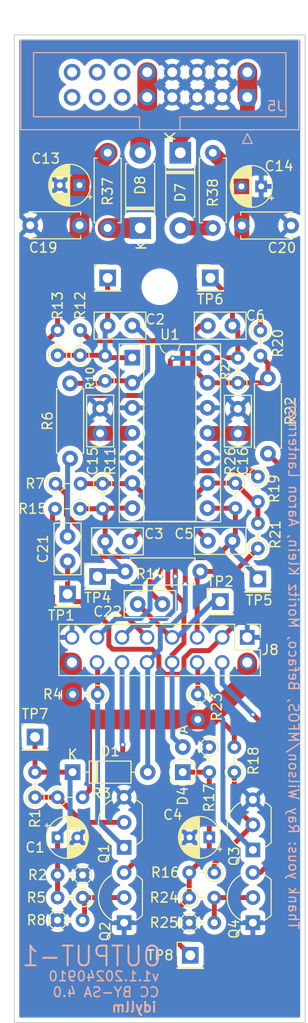
<source format=kicad_pcb>
(kicad_pcb (version 20240108) (generator "pcbnew") (generator_version "8.0")
  (layers (0 "F.Cu" signal) (31 "B.Cu" signal) (34 "B.Paste" user) (35 "F.Paste" user) (36 "B.SilkS" user "B.Silkscreen") (37 "F.SilkS" user "F.Silkscreen") (38 "B.Mask" user) (39 "F.Mask" user) (44 "Edge.Cuts" user))
  (net 0 "")
  (net 1 "GND")
  (net 2 "Net-(D1-K)")
  (net 3 "Net-(U1C--)")
  (net 4 "Net-(U1D--)")
  (net 5 "Net-(Q3-B)")
  (net 6 "Net-(Q4-B)")
  (net 7 "+12V")
  (net 8 "Net-(C2-Pad2)")
  (net 9 "Net-(U1A--)")
  (net 10 "Net-(U1B--)")
  (net 11 "Net-(C3-Pad2)")
  (net 12 "Net-(D4-K)")
  (net 19 "Net-(Q1-B)")
  (net 20 "Net-(Q2-B)")
  (net 21 "-12V")
  (net 22 "Net-(D7-A)")
  (net 23 "Net-(D7-K)")
  (net 24 "Net-(D8-K)")
  (net 25 "Net-(D8-A)")
  (net 26 "L_LINE_OUT_B")
  (net 27 "R_LINE_OUT_B")
  (net 28 "L_LINE_IN_B")
  (net 29 "R_LINE_IN_B")
  (net 30 "L_LVL_G_LED_B")
  (net 31 "R_PAN_1_B")
  (net 32 "L_LVL_R_LED_B")
  (net 33 "R_PAN_2_B")
  (net 34 "L_PAN_1_B")
  (net 35 "R_LVL_G_LED_B")
  (net 36 "L_PAN_2_B")
  (net 37 "R_LVL_R_LED_B")
  (net 38 "Net-(C21-Pad2)")
  (net 39 "Net-(C22-Pad2)")
  (footprint "Package_TO_SOT_THT:TO-92_Inline_Wide" (layer "F.Cu") (at 144.888 109.888 90)
    (property "Reference" "Q2")
    (property "Value" "2N3904")
  )
  (footprint "Diode_THT:D_DO-41_SOD81_P7.62mm_Horizontal" (layer "F.Cu") (at 150.582 31.934 -90)
    (property "Reference" "D7")
    (property "Value" "D_Schottky")
  )
  (footprint "Connector_PinHeader_2.54mm:PinHeader_1x01_P2.54mm_Vertical" (layer "F.Cu") (at 158.456 75.09)
    (property "Reference" "TP5")
    (property "Value" "TestPoint")
  )
  (footprint "Package_DIP:DIP-14_W7.62mm_Socket" (layer "F.Cu") (at 145.716 52.677)
    (property "Reference" "U1")
    (property "Value" "TL074")
  )
  (footprint "Resistor_THT:R_Axial_DIN0207_L6.3mm_D2.5mm_P7.62mm_Horizontal" (layer "F.Cu") (at 153.884 31.934 -90)
    (property "Reference" "R38")
    (property "Value" "10")
  )
  (footprint "Capacitor_THT:C_Disc_D5.0mm_W2.5mm_P2.50mm" (layer "F.Cu") (at 156.424 60.358 90)
    (property "Reference" "C16")
    (property "Value" "100n")
  )
  (footprint "Resistor_THT:R_Axial_DIN0207_L6.3mm_D2.5mm_P7.62mm_Horizontal" (layer "F.Cu") (at 139.406 62.898 90)
    (property "Reference" "R6")
    (property "Value" "100k")
  )
  (footprint "Resistor_THT:R_Axial_DIN0204_L3.6mm_D1.6mm_P2.54mm_Vertical" (layer "F.Cu") (at 142.962 55.024 90)
    (property "Reference" "R10")
    (property "Value" "220k")
  )
  (footprint "Resistor_THT:R_Axial_DIN0204_L3.6mm_D1.6mm_P2.54mm_Vertical" (layer "F.Cu") (at 138.136 97.188)
    (property "Reference" "R3")
    (property "Value" "2M2")
  )
  (footprint "Resistor_THT:R_Axial_DIN0204_L3.6mm_D1.6mm_P2.54mm_Vertical" (layer "F.Cu") (at 156.17 65.382 -90)
    (property "Reference" "R26")
    (property "Value" "330k")
  )
  (footprint "Connector_PinHeader_2.54mm:PinHeader_1x01_P2.54mm_Vertical" (layer "F.Cu") (at 143.216 44.61)
    (property "Reference" "TP3" (hide yes))
    (property "Value" "TestPoint")
  )
  (footprint "Capacitor_THT:C_Disc_D5.0mm_W2.5mm_P2.50mm" (layer "F.Cu") (at 145.462 71.28 180)
    (property "Reference" "C3")
    (property "Value" "22p")
  )
  (footprint "Resistor_THT:R_Axial_DIN0204_L3.6mm_D1.6mm_P2.54mm_Vertical" (layer "F.Cu") (at 154.032 104.808 180)
    (property "Reference" "R16")
    (property "Value" "100k")
  )
  (footprint "Capacitor_THT:C_Disc_D5.0mm_W2.5mm_P2.50mm" (layer "F.Cu") (at 139.152 73.292 90)
    (property "Reference" "C21")
    (property "Value" "1u")
  )
  (footprint "Resistor_THT:R_Axial_DIN0207_L6.3mm_D2.5mm_P7.62mm_Horizontal" (layer "F.Cu") (at 144.994 74.328)
    (property "Reference" "R14")
    (property "Value" "100k")
  )
  (footprint "Resistor_THT:R_Axial_DIN0204_L3.6mm_D1.6mm_P2.54mm_Vertical" (layer "F.Cu") (at 142.2 86.774 180)
    (property "Reference" "R4")
    (property "Value" "10k")
  )
  (footprint "Capacitor_THT:C_Disc_D5.0mm_W2.5mm_P2.50mm" (layer "F.Cu") (at 146.264 77.63)
    (property "Reference" "C22")
    (property "Value" "1u")
  )
  (footprint "Resistor_THT:R_Axial_DIN0204_L3.6mm_D1.6mm_P2.54mm_Vertical" (layer "F.Cu") (at 151.492 109.888)
    (property "Reference" "R25")
    (property "Value" "15k")
  )
  (footprint "Diode_THT:D_DO-41_SOD81_P7.62mm_Horizontal" (layer "F.Cu") (at 146.518 39.554 90)
    (property "Reference" "D8")
    (property "Value" "D_Schottky")
  )
  (footprint "Capacitor_THT:CP_Radial_D4.0mm_P2.00mm" (layer "F.Cu") (at 158.789 35.339 180)
    (property "Reference" "C14")
    (property "Value" "10u")
  )
  (footprint "Resistor_THT:R_Axial_DIN0207_L6.3mm_D2.5mm_P7.62mm_Horizontal" (layer "F.Cu") (at 159.472 62.39 90)
    (property "Reference" "R22")
    (property "Value" "100k")
  )
  (footprint "Connector_PinHeader_2.54mm:PinHeader_1x01_P2.54mm_Vertical" (layer "F.Cu") (at 142.2 74.836)
    (property "Reference" "TP4")
    (property "Value" "TestPoint")
  )
  (footprint "Resistor_THT:R_Axial_DIN0204_L3.6mm_D1.6mm_P2.54mm_Vertical" (layer "F.Cu") (at 152.36 86.774 -90)
    (property "Reference" "R23")
    (property "Value" "10k")
  )
  (footprint "Capacitor_THT:CP_Radial_D4.0mm_P2.00mm" (layer "F.Cu") (at 138.136 101.252)
    (property "Reference" "C1")
    (property "Value" "10u")
  )
  (footprint "Package_TO_SOT_THT:TO-92_Inline_Wide" (layer "F.Cu") (at 157.948 109.888 90)
    (property "Reference" "Q4")
    (property "Value" "2N3904")
  )
  (footprint "Resistor_THT:R_Axial_DIN0204_L3.6mm_D1.6mm_P2.54mm_Vertical" (layer "F.Cu") (at 156.064 94.648 90)
    (property "Reference" "R18")
    (property "Value" "2M2")
  )
  (footprint "Package_TO_SOT_THT:TO-92_Inline_Wide" (layer "F.Cu") (at 144.888 102.268 90)
    (property "Reference" "Q1")
    (property "Value" "2N3906")
  )
  (footprint "Resistor_THT:R_Axial_DIN0204_L3.6mm_D1.6mm_P2.54mm_Vertical" (layer "F.Cu") (at 158.456 64.726 -90)
    (property "Reference" "R19")
    (property "Value" "100k")
  )
  (footprint "Capacitor_THT:C_Disc_D5.0mm_W2.5mm_P5.00mm" (layer "F.Cu") (at 135.3626 39.276)
    (property "Reference" "C19")
    (property "Value" "100n")
  )
  (footprint "Resistor_THT:R_Axial_DIN0204_L3.6mm_D1.6mm_P2.54mm_Vertical" (layer "F.Cu") (at 158.71 49.944 -90)
    (property "Reference" "R20")
    (property "Value" "100k")
  )
  (footprint "Resistor_THT:R_Axial_DIN0204_L3.6mm_D1.6mm_P2.54mm_Vertical" (layer "F.Cu") (at 156.424 55.228 90)
    (property "Reference" "R27")
    (property "Value" "330k")
  )
  (footprint "Connector_PinHeader_2.54mm:PinHeader_1x01_P2.54mm_Vertical" (layer "F.Cu") (at 154.646 77.376)
    (property "Reference" "TP2")
    (property "Value" "TestPoint")
  )
  (footprint "Diode_THT:D_DO-35_SOD27_P2.54mm_Vertical_AnodeUp" (layer "F.Cu") (at 150.836 94.648 90)
    (property "Reference" "D4")
    (property "Value" "1N4148")
  )
  (footprint "Diode_THT:D_DO-35_SOD27_P7.62mm_Horizontal" (layer "F.Cu") (at 139.66 94.648)
    (property "Reference" "D1")
    (property "Value" "1N4148")
  )
  (footprint "Resistor_THT:R_Axial_DIN0204_L3.6mm_D1.6mm_P2.54mm_Vertical" (layer "F.Cu") (at 140.676 107.348 180)
    (property "Reference" "R5")
    (property "Value" "100k")
  )
  (footprint "Connector_PinHeader_2.54mm:PinHeader_1x01_P2.54mm_Vertical" (layer "F.Cu") (at 153.63 44.61)
    (property "Reference" "TP6")
    (property "Value" "TestPoint")
  )
  (footprint "Resistor_THT:R_Axial_DIN0204_L3.6mm_D1.6mm_P2.54mm_Vertical" (layer "F.Cu") (at 137.932 65.438)
    (property "Reference" "R7")
    (property "Value" "100k")
  )
  (footprint "Resistor_THT:R_Axial_DIN0204_L3.6mm_D1.6mm_P2.54mm_Vertical" (layer "F.Cu") (at 138.136 109.634)
    (property "Reference" "R8")
    (property "Value" "15k")
  )
  (footprint "Capacitor_THT:CP_Radial_D4.0mm_P2.00mm" (layer "F.Cu") (at 140.3626 35.212 180)
    (property "Reference" "C13")
    (property "Value" "10u")
  )
  (footprint "Capacitor_THT:C_Disc_D5.0mm_W2.5mm_P5.00mm" (layer "F.Cu") (at 156.829 39.3)
    (property "Reference" "C20")
    (property "Value" "100n")
  )
  (footprint "Connector_PinHeader_2.54mm:PinHeader_1x01_P2.54mm_Vertical" (layer "F.Cu") (at 151.598 113.19)
    (property "Reference" "TP8")
    (property "Value" "TestPoint")
  )
  (footprint "Custom_PinHeader_P2.54mm:PinHeader_2x08_P2.54mm_Vertical_ThinPad" (layer "F.Cu") (at 157.375 81 -90)
    (property "Reference" "J8")
    (property "Value" "Conn_02x08_Odd_Even")
  )
  (footprint "Capacitor_THT:C_Disc_D5.0mm_W2.5mm_P2.50mm" (layer "F.Cu") (at 142.454 57.838 -90)
    (property "Reference" "C15")
    (property "Value" "100n")
  )
  (footprint "Resistor_THT:R_Axial_DIN0204_L3.6mm_D1.6mm_P2.54mm_Vertical" (layer "F.Cu") (at 142.708 65.438 -90)
    (property "Reference" "R11")
    (property "Value" "220k")
  )
  (footprint "Resistor_THT:R_Axial_DIN0204_L3.6mm_D1.6mm_P2.54mm_Vertical" (layer "F.Cu") (at 140.422 67.978 180)
    (property "Reference" "R15")
    (property "Value" "100k")
  )
  (footprint "Capacitor_THT:C_Disc_D5.0mm_W2.5mm_P2.50mm" (layer "F.Cu") (at 153.376 71.224)
    (property "Reference" "C5")
    (property "Value" "22p")
  )
  (footprint "Connector_PinHeader_2.54mm:PinHeader_1x01_P2.54mm_Vertical" (layer "F.Cu") (at 135.85 91.092)
    (property "Reference" "TP7")
    (property "Value" "TestPoint")
  )
  (footprint "Resistor_THT:R_Axial_DIN0204_L3.6mm_D1.6mm_P2.54mm_Vertical" (layer "F.Cu") (at 153.524 92.108 -90)
    (property "Reference" "R17")
    (property "Value" "47k")
  )
  (footprint "Capacitor_THT:C_Disc_D5.0mm_W2.5mm_P2.50mm" (layer "F.Cu") (at 153.376 49.436)
    (property "Reference" "C6")
    (property "Value" "22p")
  )
  (footprint "Capacitor_THT:C_Disc_D5.0mm_W2.5mm_P2.50mm" (layer "F.Cu") (at 145.716 49.436 180)
    (property "Reference" "C2")
    (property "Value" "22p")
  )
  (footprint "Resistor_THT:R_Axial_DIN0204_L3.6mm_D1.6mm_P2.54mm_Vertical" (layer "F.Cu") (at 135.85 97.188 90)
    (property "Reference" "R1")
    (property "Value" "100k")
  )
  (footprint "Resistor_THT:R_Axial_DIN0207_L6.3mm_D2.5mm_P7.62mm_Horizontal" (layer "F.Cu") (at 143.216 31.934 -90)
    (property "Reference" "R37")
    (property "Value" "10")
  )
  (footprint "Connector_PinHeader_2.54mm:PinHeader_1x01_P2.54mm_Vertical" (layer "F.Cu") (at 139.152 76.614)
    (property "Reference" "TP1")
    (property "Value" "TestPoint")
  )
  (footprint "Capacitor_THT:CP_Radial_D4.0mm_P2.00mm" (layer "F.Cu") (at 153.524 101.252 180)
    (property "Reference" "C4")
    (property "Value" "10u")
  )
  (footprint "Resistor_THT:R_Axial_DIN0204_L3.6mm_D1.6mm_P2.54mm_Vertical" (layer "F.Cu") (at 158.456 71.992 90)
    (property "Reference" "R21")
    (property "Value" "100k")
  )
  (footprint "MountingHole:MountingHole_3.2mm_M3_DIN965" (layer "F.Cu") (at 148.5 45.5)
    (property "Reference" "H2" (hide yes))
    (property "Value" "MountingHole")
  )
  (footprint "Resistor_THT:R_Axial_DIN0204_L3.6mm_D1.6mm_P2.54mm_Vertical" (layer "F.Cu") (at 151.492 107.348)
    (property "Reference" "R24")
    (property "Value" "100k")
  )
  (footprint "Resistor_THT:R_Axial_DIN0204_L3.6mm_D1.6mm_P2.54mm_Vertical" (layer "F.Cu") (at 138.136 52.434 90)
    (property "Reference" "R13")
    (property "Value" "100k")
  )
  (footprint "Resistor_THT:R_Axial_DIN0204_L3.6mm_D1.6mm_P2.54mm_Vertical" (layer "F.Cu") (at 140.422 52.434 90)
    (property "Reference" "R12")
    (property "Value" "100k")
  )
  (footprint "Resistor_THT:R_Axial_DIN0204_L3.6mm_D1.6mm_P2.54mm_Vertical" (layer "F.Cu") (at 140.676 105.062 180)
    (property "Reference" "R2")
    (property "Value" "47k")
  )
  (footprint "Package_TO_SOT_THT:TO-92_Inline_Wide" (layer "F.Cu") (at 157.948 102.522 90)
    (property "Reference" "Q3")
    (property "Value" "2N3906")
  )
  (footprint "Connector_IDC:IDC-Header_2x08_P2.54mm_Vertical" (layer "B.Cu") (at 157.39 26.3125 90)
    (property "Reference" "J5")
    (property "Value" "Conn_02x08_Odd_Even")
  )
  (gr_line (start 163.25 120) (end 133.75 120) (stroke (width 0.1)) (layer "Edge.Cuts"))
  (gr_line (start 133.75 120) (end 133.75 20) (stroke (width 0.1)) (layer "Edge.Cuts"))
  (gr_line (start 163.25 20) (end 163.25 120) (stroke (width 0.1)) (layer "Edge.Cuts"))
  (gr_line (start 133.75 20) (end 163.25 20) (stroke (width 0.1)) (layer "Edge.Cuts"))
  (gr_text "OUTPUT-1" (at 148.804 114.46 0) (layer "B.SilkS") (effects (font (size 2 1.8) (thickness 0.2)) (justify left bottom mirror)))
  (gr_text "idyllm" (at 148.296 119.032 0) (layer "B.SilkS") (effects (font (size 1 1) (thickness 0.2) (bold yes)) (justify left bottom mirror)))
  (gr_text "Thank yous: Ray Wilson/MFOS, Befaco, Moritz Klein, Aaron Lanterman" (at 161.488 110.65 -90) (layer "B.SilkS") (effects (font (size 1 1)) (justify left bottom mirror)))
  (gr_text "v1.1.20240910\nCC BY-SA 4.0" (at 148.55 117.508 0) (layer "B.SilkS") (effects (font (size 1 1)) (justify left bottom mirror)))
  (segment (start 138.136 107.348) (end 138.136 105.062) (width 0.5) (layer "F.Cu") (net 2))
  (segment (start 135.85 91.092) (end 135.85 94.648) (width 0.5) (layer "F.Cu") (net 2))
  (segment (start 139.66 94.648) (end 135.85 94.648) (width 0.5) (layer "F.Cu") (net 2))
  (segment (start 138.136 105.062) (end 138.136 101.252) (width 0.5) (layer "F.Cu") (net 2))
  (segment (start 139.406 99.728) (end 139.406 94.902) (width 0.5) (layer "B.Cu") (net 2))
  (segment (start 138.136 101.252) (end 138.136 100.998) (width 0.5) (layer "B.Cu") (net 2))
  (segment (start 138.136 100.998) (end 139.406 99.728) (width 0.5) (layer "B.Cu") (net 2))
  (segment (start 139.406 94.902) (end 139.66 94.648) (width 0.5) (layer "B.Cu") (net 2))
  (segment (start 158.456 67.266) (end 158.054 67.266) (width 0.5) (layer "F.Cu") (net 3))
  (segment (start 156.165 65.377) (end 156.17 65.382) (width 0.5) (layer "F.Cu") (net 3))
  (segment (start 153.376 71.224) (end 151.852 69.7) (width 0.5) (layer "F.Cu") (net 3))
  (segment (start 151.852 69.7) (end 151.852 66.861) (width 0.5) (layer "F.Cu") (net 3))
  (segment (start 151.852 66.861) (end 153.336 65.377) (width 0.5) (layer "F.Cu") (net 3))
  (segment (start 158.054 67.266) (end 156.17 65.382) (width 0.5) (layer "F.Cu") (net 3))
  (segment (start 153.336 65.377) (end 156.165 65.377) (width 0.5) (layer "F.Cu") (net 3))
  (segment (start 158.456 67.266) (end 158.456 69.452) (width 0.5) (layer "F.Cu") (net 3))
  (segment (start 156.424 55.228) (end 153.347 55.228) (width 0.5) (layer "F.Cu") (net 4))
  (segment (start 156.424 55.228) (end 159.014 55.228) (width 0.5) (layer "F.Cu") (net 4))
  (segment (start 153.397 55.278) (end 153.336 55.217) (width 0.5) (layer "F.Cu") (net 4))
  (segment (start 159.014 55.228) (end 159.472 54.77) (width 0.5) (layer "F.Cu") (net 4))
  (segment (start 151.852 50.198) (end 151.852 53.733) (width 0.5) (layer "F.Cu") (net 4))
  (segment (start 153.347 55.228) (end 153.336 55.217) (width 0.5) (layer "F.Cu") (net 4))
  (segment (start 153.376 49.436) (end 152.614 49.436) (width 0.5) (layer "F.Cu") (net 4))
  (segment (start 159.472 54.77) (end 159.472 53.246) (width 0.5) (layer "F.Cu") (net 4))
  (segment (start 152.614 49.436) (end 151.852 50.198) (width 0.5) (layer "F.Cu") (net 4))
  (segment (start 159.472 53.246) (end 158.71 52.484) (width 0.5) (layer "F.Cu") (net 4))
  (segment (start 151.852 53.733) (end 153.336 55.217) (width 0.5) (layer "F.Cu") (net 4))
  (segment (start 156.064 94.648) (end 156.064 98.098) (width 0.5) (layer "F.Cu") (net 5))
  (segment (start 154.032 103.898) (end 157.948 99.982) (width 0.5) (layer "F.Cu") (net 5))
  (segment (start 156.064 98.098) (end 157.948 99.982) (width 0.5) (layer "F.Cu") (net 5))
  (segment (start 154.032 104.808) (end 154.032 103.898) (width 0.5) (layer "F.Cu") (net 5))
  (segment (start 154.032 107.348) (end 157.948 107.348) (width 0.5) (layer "F.Cu") (net 6))
  (segment (start 154.032 109.888) (end 154.032 107.348) (width 0.5) (layer "F.Cu") (net 6))
  (segment (start 140.676 97.188) (end 141.376 96.488) (width 0.5) (layer "F.Cu") (net 7))
  (segment (start 141.376 96.488) (end 141.376 89.479949) (width 0.5) (layer "F.Cu") (net 7))
  (segment (start 140.3626 39.276) (end 140.3626 40.3514) (width 2) (layer "F.Cu") (net 7))
  (segment (start 156.064 92.108) (end 156.064 90.732) (width 0.5) (layer "F.Cu") (net 7))
  (segment (start 139.595 83.54) (end 139.595 87.698949) (width 2) (layer "F.Cu") (net 7))
  (segment (start 143.216 31.934) (end 140.3626 34.7874) (width 2) (layer "F.Cu") (net 7))
  (segment (start 154.646 89.314) (end 152.36 89.314) (width 0.5) (layer "F.Cu") (net 7))
  (segment (start 141.210051 89.314) (end 142.2 89.314) (width 2) (layer "F.Cu") (net 7))
  (segment (start 138.061 83.54) (end 139.595 83.54) (width 2) (layer "F.Cu") (net 7))
  (segment (start 153.349949 89.314) (end 157.375 85.288949) (width 2) (layer "F.Cu") (net 7))
  (segment (start 142.454 60.338) (end 135.322 60.338) (width 1.5) (layer "F.Cu") (net 7))
  (segment (start 145.675 60.338) (end 145.716 60.297) (width 1.5) (layer "F.Cu") (net 7))
  (segment (start 135.342 60.358) (end 134.834 59.85) (width 0.5) (layer "F.Cu") (net 7))
  (segment (start 142.454 60.338) (end 145.675 60.338) (width 1.5) (layer "F.Cu") (net 7))
  (segment (start 142.2 89.314) (end 152.36 89.314) (width 2) (layer "F.Cu") (net 7))
  (segment (start 152.36 89.314) (end 153.349949 89.314) (width 2) (layer "F.Cu") (net 7))
  (segment (start 145.655 60.358) (end 145.716 60.297) (width 0.5) (layer "F.Cu") (net 7))
  (segment (start 141.376 89.479949) (end 139.595 87.698949) (width 0.5) (layer "F.Cu") (net 7))
  (segment (start 157.375 85.288949) (end 157.375 83.54) (width 2) (layer "F.Cu") (net 7))
  (segment (start 135.25 80.729) (end 138.061 83.54) (width 2) (layer "F.Cu") (net 7))
  (segment (start 156.064 90.732) (end 154.646 89.314) (width 0.5) (layer "F.Cu") (net 7))
  (segment (start 140.3626 34.7874) (end 140.3626 39.276) (width 2) (layer "F.Cu") (net 7))
  (segment (start 139.595 87.698949) (end 141.210051 89.314) (width 2) (layer "F.Cu") (net 7))
  (segment (start 135.25 45.464) (end 135.25 80.729) (width 2) (layer "F.Cu") (net 7))
  (segment (start 140.3626 40.3514) (end 135.25 45.464) (width 2) (layer "F.Cu") (net 7))
  (segment (start 143.155 52.677) (end 142.962 52.484) (width 0.5) (layer "F.Cu") (net 8))
  (segment (start 142.912 52.434) (end 142.962 52.484) (width 0.5) (layer "F.Cu") (net 8))
  (segment (start 143.216 49.436) (end 143.216 44.61) (width 0.5) (layer "F.Cu") (net 8))
  (segment (start 138.136 52.434) (end 140.422 52.434) (width 0.5) (layer "F.Cu") (net 8))
  (segment (start 140.422 52.434) (end 142.912 52.434) (width 0.5) (layer "F.Cu") (net 8))
  (segment (start 145.716 52.677) (end 143.155 52.677) (width 0.5) (layer "F.Cu") (net 8))
  (segment (start 142.962 49.69) (end 143.216 49.436) (width 0.5) (layer "B.Cu") (net 8))
  (segment (start 142.962 52.484) (end 142.962 49.69) (width 0.5) (layer "B.Cu") (net 8))
  (segment (start 145.523 55.024) (end 145.716 55.217) (width 0.5) (layer "F.Cu") (net 9))
  (segment (start 139.406 55.278) (end 142.708 55.278) (width 0.5) (layer "F.Cu") (net 9))
  (segment (start 142.708 55.278) (end 142.962 55.024) (width 0.5) (layer "F.Cu") (net 9))
  (segment (start 142.962 55.024) (end 145.523 55.024) (width 0.5) (layer "F.Cu") (net 9))
  (segment (start 146.071 55.217) (end 147.28 54.008) (width 0.5) (layer "B.Cu") (net 9))
  (segment (start 147.28 50.746) (end 145.716 49.182) (width 0.5) (layer "B.Cu") (net 9))
  (segment (start 145.716 55.217) (end 146.071 55.217) (width 0.5) (layer "B.Cu") (net 9))
  (segment (start 147.28 54.008) (end 147.28 50.746) (width 0.5) (layer "B.Cu") (net 9))
  (segment (start 142.708 65.438) (end 145.655 65.438) (width 0.5) (layer "F.Cu") (net 10))
  (segment (start 142.404 65.742) (end 142.708 65.438) (width 0.5) (layer "F.Cu") (net 10))
  (segment (start 147.28 66.941) (end 145.716 65.377) (width 0.5) (layer "F.Cu") (net 10))
  (segment (start 145.462 71.28) (end 147.28 69.462) (width 0.5) (layer "F.Cu") (net 10))
  (segment (start 140.472 65.438) (end 142.708 65.438) (width 0.5) (layer "F.Cu") (net 10))
  (segment (start 145.655 65.438) (end 145.716 65.377) (width 0.5) (layer "F.Cu") (net 10))
  (segment (start 147.28 69.462) (end 147.28 66.941) (width 0.5) (layer "F.Cu") (net 10))
  (segment (start 142.708 67.978) (end 140.422 67.978) (width 0.5) (layer "F.Cu") (net 11))
  (segment (start 142.962 71.28) (end 142.962 68.232) (width 0.5) (layer "F.Cu") (net 11))
  (segment (start 142.769 67.917) (end 142.708 67.978) (width 0.5) (layer "F.Cu") (net 11))
  (segment (start 145.716 67.917) (end 142.769 67.917) (width 0.5) (layer "F.Cu") (net 11))
  (segment (start 142.962 68.232) (end 142.708 67.978) (width 0.5) (layer "F.Cu") (net 11))
  (segment (start 142.962 71.28) (end 142.962 72.296) (width 0.5) (layer "B.Cu") (net 11))
  (segment (start 142.708 74.328) (end 142.2 74.836) (width 0.5) (layer "B.Cu") (net 11))
  (segment (start 142.962 72.296) (end 144.994 74.328) (width 0.5) (layer "B.Cu") (net 11))
  (segment (start 144.994 74.328) (end 142.708 74.328) (width 0.5) (layer "B.Cu") (net 11))
  (segment (start 153.524 101.252) (end 153.524 102.776) (width 0.5) (layer "F.Cu") (net 12))
  (segment (start 149.82 111.412) (end 149.82 109.02) (width 0.5) (layer "F.Cu") (net 12))
  (segment (start 151.598 113.19) (end 149.82 111.412) (width 0.5) (layer "F.Cu") (net 12))
  (segment (start 151.492 104.808) (end 151.492 107.348) (width 0.5) (layer "F.Cu") (net 12))
  (segment (start 153.524 102.776) (end 151.492 104.808) (width 0.5) (layer "F.Cu") (net 12))
  (segment (start 153.524 101.252) (end 153.524 94.648) (width 0.5) (layer "F.Cu") (net 12))
  (segment (start 153.524 94.648) (end 150.836 94.648) (width 0.5) (layer "F.Cu") (net 12))
  (segment (start 149.82 109.02) (end 151.492 107.348) (width 0.5) (layer "F.Cu") (net 12))
  (segment (start 140.676 99.728) (end 144.888 99.728) (width 0.5) (layer "F.Cu") (net 19))
  (segment (start 135.85 97.188) (end 138.136 97.188) (width 0.5) (layer "F.Cu") (net 19))
  (segment (start 138.136 97.188) (end 140.676 99.728) (width 0.5) (layer "F.Cu") (net 19))
  (segment (start 140.874 107.448) (end 140.774 107.348) (width 0.5) (layer "F.Cu") (net 20))
  (segment (start 140.774 107.348) (end 144.888 107.348) (width 0.5) (layer "F.Cu") (net 20))
  (segment (start 140.874 109.634) (end 140.874 107.448) (width 0.5) (layer "F.Cu") (net 20))
  (segment (start 156.829 39.3) (end 156.789 39.26) (width 1.5) (layer "F.Cu") (net 21))
  (segment (start 160.742 60.358) (end 153.397 60.358) (width 1.5) (layer "F.Cu") (net 21))
  (segment (start 156.829 35.379) (end 156.829 40.697) (width 1.5) (layer "F.Cu") (net 21))
  (segment (start 153.884 31.934) (end 156.829 34.879) (width 1.5) (layer "F.Cu") (net 21))
  (segment (start 156.789 39.26) (end 156.789 35.339) (width 1.5) (layer "F.Cu") (net 21))
  (segment (start 162 45.868) (end 162 59.1) (width 1.5) (layer "F.Cu") (net 21))
  (segment (start 156.829 34.879) (end 156.829 39.3) (width 1.5) (layer "F.Cu") (net 21))
  (segment (start 153.397 60.358) (end 153.336 60.297) (width 1.5) (layer "F.Cu") (net 21))
  (segment (start 156.829 40.697) (end 162 45.868) (width 1.5) (layer "F.Cu") (net 21))
  (segment (start 162 59.1) (end 160.742 60.358) (width 1.5) (layer "F.Cu") (net 21))
  (segment (start 156.789 35.339) (end 156.829 35.379) (width 1.5) (layer "F.Cu") (net 21))
  (segment (start 150.582 39.554) (end 153.884 39.554) (width 1.5) (layer "F.Cu") (net 22))
  (segment (start 157.39 23.7725) (end 157.39 26.3125) (width 2) (layer "F.Cu") (net 23))
  (segment (start 150.582 30.386) (end 150.582 31.934) (width 1.5) (layer "F.Cu") (net 23))
  (segment (start 156.932 28.354) (end 152.614 28.354) (width 1.5) (layer "F.Cu") (net 23))
  (segment (start 157.39 26.3125) (end 157.39 27.896) (width 1.5) (layer "F.Cu") (net 23))
  (segment (start 152.614 28.354) (end 150.582 30.386) (width 1.5) (layer "F.Cu") (net 23))
  (segment (start 157.39 27.896) (end 156.932 28.354) (width 1.5) (layer "F.Cu") (net 23))
  (segment (start 146.518 39.554) (end 143.216 39.554) (width 2) (layer "F.Cu") (net 24))
  (segment (start 147.23 26.3125) (end 147.23 29.674) (width 2) (layer "F.Cu") (net 25))
  (segment (start 147.23 29.674) (end 146.518 30.386) (width 2) (layer "F.Cu") (net 25))
  (segment (start 146.518 30.386) (end 146.518 31.934) (width 2) (layer "F.Cu") (net 25))
  (segment (start 147.23 23.7725) (end 147.23 26.3125) (width 2) (layer "F.Cu") (net 25))
  (segment (start 154.169 72.931) (end 155.876 71.224) (width 0.5) (layer "F.Cu") (net 26))
  (segment (start 156.17 67.922) (end 156.17 70.93) (width 0.5) (layer "F.Cu") (net 26))
  (segment (start 153.341 67.922) (end 153.336 67.917) (width 0.5) (layer "F.Cu") (net 26))
  (segment (start 156.17 70.93) (end 155.876 71.224) (width 0.5) (layer "F.Cu") (net 26))
  (segment (start 156.17 67.922) (end 153.341 67.922) (width 0.5) (layer "F.Cu") (net 26))
  (segment (start 151.09 73.693) (end 151.852 72.931) (width 0.5) (layer "F.Cu") (net 26))
  (segment (start 151.09 75.598) (end 151.09 73.693) (width 0.5) (layer "F.Cu") (net 26))
  (segment (start 151.852 72.931) (end 154.169 72.931) (width 0.5) (layer "F.Cu") (net 26))
  (via (at 151.09 75.598) (size 0.6) (drill 0.3) (layers "F.Cu" "B.Cu") (net 26))
  (segment (start 148.555 82.2) (end 147.215 83.54) (width 0.5) (layer "B.Cu") (net 26))
  (segment (start 148.92 79.8) (end 148.555 80.165) (width 0.5) (layer "B.Cu") (net 26))
  (segment (start 149.682 79.8) (end 148.92 79.8) (width 0.5) (layer "B.Cu") (net 26))
  (segment (start 155.876 71.224) (end 155.876 72.256) (width 0.5) (layer "B.Cu") (net 26))
  (segment (start 151.09 78.392) (end 149.682 79.8) (width 0.5) (layer "B.Cu") (net 26))
  (segment (start 147.28 94.648) (end 147.28 83.605) (width 0.5) (layer "B.Cu") (net 26))
  (segment (start 155.876 72.256) (end 158.456 74.836) (width 0.5) (layer "B.Cu") (net 26))
  (segment (start 148.555 80.165) (end 148.555 82.2) (width 0.5) (layer "B.Cu") (net 26))
  (segment (start 151.09 75.598) (end 151.09 78.392) (width 0.5) (layer "B.Cu") (net 26))
  (segment (start 149.566 52.992) (end 149.566 70.01) (width 0.5) (layer "F.Cu") (net 27))
  (segment (start 153.397 52.738) (end 153.336 52.677) (width 0.5) (layer "F.Cu") (net 27))
  (segment (start 149.324 75.864) (end 150.955 77.495) (width 0.5) (layer "F.Cu") (net 27))
  (segment (start 149.324 70.252) (end 149.324 75.864) (width 0.5) (layer "F.Cu") (net 27))
  (segment (start 156.424 52.688) (end 156.424 49.984) (width 0.5) (layer "F.Cu") (net 27))
  (segment (start 156.424 52.688) (end 153.347 52.688) (width 0.5) (layer "F.Cu") (net 27))
  (segment (start 149.566 70.01) (end 149.324 70.252) (width 0.5) (layer "F.Cu") (net 27))
  (segment (start 153.63 44.61) (end 155.876 46.856) (width 0.5) (layer "F.Cu") (net 27))
  (segment (start 155.876 49.436) (end 155.876 46.856) (width 0.5) (layer "F.Cu") (net 27))
  (segment (start 153.347 52.688) (end 153.336 52.677) (width 0.5) (layer "F.Cu") (net 27))
  (segment (start 150.955 77.495) (end 150.955 81.575) (width 0.5) (layer "F.Cu") (net 27))
  (segment (start 149.82 52.738) (end 149.566 52.992) (width 0.5) (layer "F.Cu") (net 27))
  (segment (start 156.424 49.984) (end 155.876 49.436) (width 0.5) (layer "F.Cu") (net 27))
  (segment (start 149.755 82.775) (end 149.755 83.54) (width 0.5) (layer "F.Cu") (net 27))
  (segment (start 150.955 81.575) (end 149.755 82.775) (width 0.5) (layer "F.Cu") (net 27))
  (via (at 149.82 52.738) (size 0.6) (drill 0.3) (layers "F.Cu" "B.Cu") (net 27))
  (segment (start 149.82 91.092) (end 149.82 90.076) (width 0.5) (layer "B.Cu") (net 27))
  (segment (start 149.82 90.076) (end 149.755 90.011) (width 0.5) (layer "B.Cu") (net 27))
  (segment (start 149.755 90.011) (end 149.755 83.54) (width 0.5) (layer "B.Cu") (net 27))
  (segment (start 150.836 92.108) (end 149.82 91.092) (width 0.5) (layer "B.Cu") (net 27))
  (segment (start 153.275 52.738) (end 153.336 52.677) (width 0.5) (layer "B.Cu") (net 27))
  (segment (start 149.82 52.738) (end 153.275 52.738) (width 0.5) (layer "B.Cu") (net 27))
  (segment (start 147.215 81) (end 143.591 77.376) (width 0.5) (layer "F.Cu") (net 28))
  (segment (start 139.152 76.614) (end 139.152 73.292) (width 0.5) (layer "F.Cu") (net 28))
  (segment (start 143.591 77.376) (end 139.914 77.376) (width 0.5) (layer "F.Cu") (net 28))
  (segment (start 139.914 77.376) (end 139.152 76.614) (width 0.5) (layer "F.Cu") (net 28))
  (segment (start 149.634 81) (end 146.264 77.63) (width 0.5) (layer "F.Cu") (net 29))
  (segment (start 149.755 81) (end 149.634 81) (width 0.5) (layer "F.Cu") (net 29))
  (segment (start 153.884 77.376) (end 154.646 77.376) (width 0.5) (layer "B.Cu") (net 29))
  (segment (start 149.755 81) (end 150.26 81) (width 0.5) (layer "B.Cu") (net 29))
  (segment (start 150.26 81) (end 153.884 77.376) (width 0.5) (layer "B.Cu") (net 29))
  (segment (start 142.2 83.605) (end 142.135 83.54) (width 0.5) (layer "F.Cu") (net 30))
  (segment (start 142.2 86.774) (end 142.2 83.605) (width 0.5) (layer "F.Cu") (net 30))
  (segment (start 142.2 99.58) (end 142.2 86.774) (width 0.5) (layer "B.Cu") (net 30))
  (segment (start 144.888 102.268) (end 142.2 99.58) (width 0.5) (layer "B.Cu") (net 30))
  (segment (start 156.12 74.328) (end 158.456 71.992) (width 0.5) (layer "F.Cu") (net 31))
  (segment (start 152.614 74.328) (end 156.12 74.328) (width 0.5) (layer "F.Cu") (net 31))
  (segment (start 152.106 80.811) (end 152.295 81) (width 0.5) (layer "F.Cu") (net 31))
  (segment (start 152.295 81) (end 152.295 74.647) (width 0.5) (layer "F.Cu") (net 31))
  (segment (start 152.295 74.647) (end 152.614 74.328) (width 0.5) (layer "F.Cu") (net 31))
  (segment (start 144.888 104.808) (end 146.518 103.178) (width 0.5) (layer "F.Cu") (net 32))
  (segment (start 146.518 103.178) (end 146.518 96.68) (width 0.5) (layer "F.Cu") (net 32))
  (segment (start 144.74 94.902) (end 144.74 91.854) (width 0.5) (layer "F.Cu") (net 32))
  (segment (start 146.518 96.68) (end 144.74 94.902) (width 0.5) (layer "F.Cu") (net 32))
  (via (at 144.74 91.854) (size 0.6) (drill 0.3) (layers "F.Cu" "B.Cu") (net 32))
  (segment (start 144.74 91.854) (end 144.675 91.789) (width 0.5) (layer "B.Cu") (net 32))
  (segment (start 144.675 91.789) (end 144.675 83.54) (width 0.5) (layer "B.Cu") (net 32))
  (segment (start 157.948 78.9) (end 156.935 78.9) (width 0.5) (layer "F.Cu") (net 33))
  (segment (start 148.415 84.099) (end 148.415 82.902943) (width 0.5) (layer "F.Cu") (net 33))
  (segment (start 160.518 63.436) (end 160.518 76.33) (width 0.5) (layer "F.Cu") (net 33))
  (segment (start 153.492 82.34) (end 151.714 82.34) (width 0.5) (layer "F.Cu") (net 33))
  (segment (start 154.835 81) (end 153.633 82.202) (width 0.5) (layer "F.Cu") (net 33))
  (segment (start 159.472 62.39) (end 160.518 63.436) (width 0.5) (layer "F.Cu") (net 33))
  (segment (start 149.056 84.74) (end 148.415 84.099) (width 0.5) (layer "F.Cu") (net 33))
  (segment (start 160.518 76.33) (end 157.948 78.9) (width 0.5) (layer "F.Cu") (net 33))
  (segment (start 148.415 82.902943) (end 147.712057 82.2) (width 0.5) (layer "F.Cu") (net 33))
  (segment (start 150.955 83.099) (end 150.955 84.369) (width 0.5) (layer "F.Cu") (net 33))
  (segment (start 143.335 79.781) (end 141.946 78.392) (width 0.5) (layer "F.Cu") (net 33))
  (segment (start 153.63 82.202) (end 153.492 82.34) (width 0.5) (layer "F.Cu") (net 33))
  (segment (start 153.633 82.202) (end 153.63 82.202) (width 0.5) (layer "F.Cu") (net 33))
  (segment (start 156.935 78.9) (end 154.835 81) (width 0.5) (layer "F.Cu") (net 33))
  (segment (start 143.335 81.813) (end 143.335 79.781) (width 0.5) (layer "F.Cu") (net 33))
  (segment (start 150.584 84.74) (end 149.056 84.74) (width 0.5) (layer "F.Cu") (net 33))
  (segment (start 137.628 77.69) (end 137.628 68.232) (width 0.5) (layer "F.Cu") (net 33))
  (segment (start 138.33 78.392) (end 137.628 77.69) (width 0.5) (layer "F.Cu") (net 33))
  (segment (start 141.946 78.392) (end 138.33 78.392) (width 0.5) (layer "F.Cu") (net 33))
  (segment (start 151.714 82.34) (end 150.955 83.099) (width 0.5) (layer "F.Cu") (net 33))
  (segment (start 137.628 68.232) (end 137.882 67.978) (width 0.5) (layer "F.Cu") (net 33))
  (segment (start 150.955 84.369) (end 150.584 84.74) (width 0.5) (layer "F.Cu") (net 33))
  (segment (start 143.722 82.2) (end 143.335 81.813) (width 0.5) (layer "F.Cu") (net 33))
  (segment (start 147.712057 82.2) (end 143.722 82.2) (width 0.5) (layer "F.Cu") (net 33))
  (segment (start 150.836 51.722) (end 150.074 50.96) (width 0.5) (layer "F.Cu") (net 34))
  (segment (start 150.836 64.168) (end 150.877 64.127) (width 0.5) (layer "F.Cu") (net 34))
  (segment (start 150.074 74.836) (end 150.074 72.804) (width 0.5) (layer "F.Cu") (net 34))
  (segment (start 150.074 50.96) (end 141.488 50.96) (width 0.5) (layer "F.Cu") (net 34))
  (segment (start 150.836 64.168) (end 150.836 51.722) (width 0.5) (layer "F.Cu") (net 34))
  (segment (start 150.877 64.127) (end 157.857 64.127) (width 0.5) (layer "F.Cu") (net 34))
  (segment (start 150.836 72.042) (end 150.836 64.168) (width 0.5) (layer "F.Cu") (net 34))
  (segment (start 157.857 64.127) (end 158.456 64.726) (width 0.5) (layer "F.Cu") (net 34))
  (segment (start 150.074 72.804) (end 150.836 72.042) (width 0.5) (layer "F.Cu") (net 34))
  (segment (start 141.488 50.96) (end 140.422 49.894) (width 0.5) (layer "F.Cu") (net 34))
  (via (at 150.074 74.836) (size 0.6) (drill 0.3) (layers "F.Cu" "B.Cu") (net 34))
  (segment (start 147.396 79.8) (end 145.875 79.8) (width 0.5) (layer "B.Cu") (net 34))
  (segment (start 150.074 78.138) (end 149.112 79.1) (width 0.5) (layer "B.Cu") (net 34))
  (segment (start 145.875 79.8) (end 144.675 81) (width 0.5) (layer "B.Cu") (net 34))
  (segment (start 150.074 74.836) (end 150.074 78.138) (width 0.5) (layer "B.Cu") (net 34))
  (segment (start 148.096 79.1) (end 147.396 79.8) (width 0.5) (layer "B.Cu") (net 34))
  (segment (start 149.112 79.1) (end 148.096 79.1) (width 0.5) (layer "B.Cu") (net 34))
  (segment (start 152.36 86.774) (end 152.36 83.605) (width 0.5) (layer "F.Cu") (net 35))
  (segment (start 152.36 83.605) (end 152.295 83.54) (width 0.5) (layer "F.Cu") (net 35))
  (segment (start 154.914 99.488) (end 154.914 89.328) (width 0.5) (layer "B.Cu") (net 35))
  (segment (start 154.914 89.328) (end 152.36 86.774) (width 0.5) (layer "B.Cu") (net 35))
  (segment (start 157.948 102.522) (end 154.914 99.488) (width 0.5) (layer "B.Cu") (net 35))
  (segment (start 158.71 47.09) (end 153.944 42.324) (width 0.5) (layer "F.Cu") (net 36))
  (segment (start 148.55 74.836) (end 148.55 58.326) (width 0.5) (layer "F.Cu") (net 36))
  (segment (start 136.723 55.389) (end 136.723 51.307) (width 0.5) (layer "F.Cu") (net 36))
  (segment (start 158.71 49.944) (end 158.71 47.09) (width 0.5) (layer "F.Cu") (net 36))
  (segment (start 148.55 58.326) (end 146.731 56.507) (width 0.5) (layer "F.Cu") (net 36))
  (segment (start 138.39 57.056) (end 136.723 55.389) (width 0.5) (layer "F.Cu") (net 36))
  (segment (start 140.635 57.056) (end 138.39 57.056) (width 0.5) (layer "F.Cu") (net 36))
  (segment (start 136.723 51.307) (end 138.136 49.894) (width 0.5) (layer "F.Cu") (net 36))
  (segment (start 153.944 42.324) (end 142.454 42.324) (width 0.5) (layer "F.Cu") (net 36))
  (segment (start 142.454 42.324) (end 138.136 46.642) (width 0.5) (layer "F.Cu") (net 36))
  (segment (start 141.184 56.507) (end 140.635 57.056) (width 0.5) (layer "F.Cu") (net 36))
  (segment (start 138.136 49.894) (end 138.136 46.642) (width 0.5) (layer "F.Cu") (net 36))
  (segment (start 146.731 56.507) (end 141.184 56.507) (width 0.5) (layer "F.Cu") (net 36))
  (via (at 148.55 74.836) (size 0.6) (drill 0.3) (layers "F.Cu" "B.Cu") (net 36))
  (segment (start 147.514 75.872) (end 147.514 78.147767) (width 0.5) (layer "B.Cu") (net 36))
  (segment (start 148.55 74.836) (end 147.514 75.872) (width 0.5) (layer "B.Cu") (net 36))
  (segment (start 146.561767 79.1) (end 144.035 79.1) (width 0.5) (layer "B.Cu") (net 36))
  (segment (start 144.035 79.1) (end 142.135 81) (width 0.5) (layer "B.Cu") (net 36))
  (segment (start 147.514 78.147767) (end 146.561767 79.1) (width 0.5) (layer "B.Cu") (net 36))
  (segment (start 160.234 103.284) (end 158.71 104.808) (width 0.5) (layer "F.Cu") (net 37))
  (segment (start 160.234 91.092) (end 160.234 103.284) (width 0.5) (layer "F.Cu") (net 37))
  (segment (start 157.948 88.806) (end 160.234 91.092) (width 0.5) (layer "F.Cu") (net 37))
  (segment (start 158.71 104.808) (end 157.948 104.808) (width 0.5) (layer "F.Cu") (net 37))
  (via (at 157.948 88.806) (size 0.6) (drill 0.3) (layers "F.Cu" "B.Cu") (net 37))
  (segment (start 154.835 83.54) (end 154.835 85.693) (width 0.5) (layer "B.Cu") (net 37))
  (segment (start 154.835 85.693) (end 157.948 88.806) (width 0.5) (layer "B.Cu") (net 37))
  (segment (start 139.152 70.792) (end 139.152 63.152) (width 0.5) (layer "B.Cu") (net 38))
  (segment (start 139.152 63.152) (end 139.406 62.898) (width 0.5) (layer "B.Cu") (net 38))
  (segment (start 140.93 72.042) (end 140.93 70.518) (width 0.5) (layer "F.Cu") (net 39))
  (segment (start 145.539685 72.804) (end 141.692 72.804) (width 0.5) (layer "F.Cu") (net 39))
  (segment (start 148.764 77.63) (end 147.534 76.4) (width 0.5) (layer "F.Cu") (net 39))
  (segment (start 139.032 66.538) (end 137.932 65.438) (width 0.5) (layer "F.Cu") (net 39))
  (segment (start 147.534 76.4) (end 147.534 74.798315) (width 0.5) (layer "F.Cu") (net 39))
  (segment (start 139.032 68.62) (end 139.032 66.538) (width 0.5) (layer "F.Cu") (net 39))
  (segment (start 141.692 72.804) (end 140.93 72.042) (width 0.5) (layer "F.Cu") (net 39))
  (segment (start 147.534 74.798315) (end 145.539685 72.804) (width 0.5) (layer "F.Cu") (net 39))
  (segment (start 140.93 70.518) (end 139.032 68.62) (width 0.5) (layer "F.Cu") (net 39))
  (zone (net 1) (net_name "GND") (layer "B.Cu") (priority 1) (connect_pads (clearance 0.5)) (min_thickness 0.25) (fill yes (thermal_gap 0.5) (thermal_bridge_width 0.5))
    (polygon (pts (xy 163 20) (xy 134 20) (xy 134 120) (xy 163 120)))
  )
)
</source>
